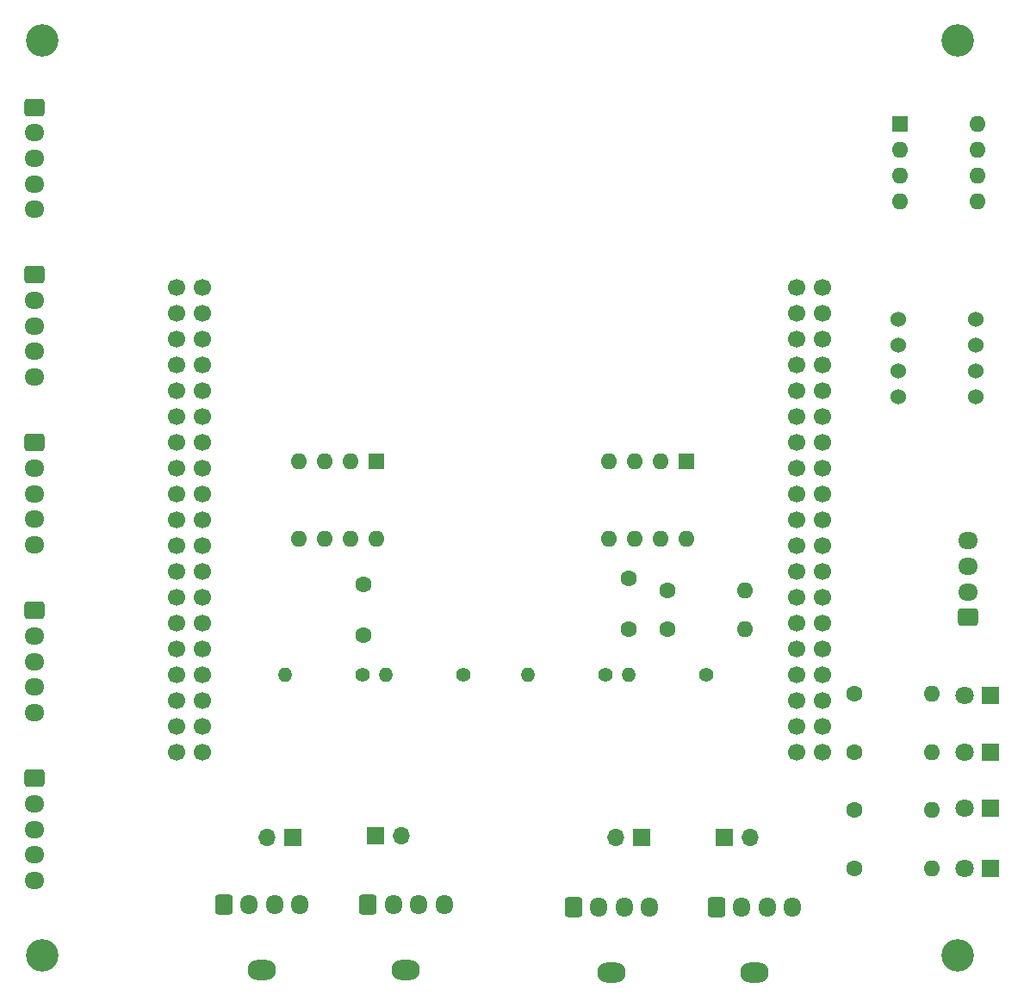
<source format=gbr>
%TF.GenerationSoftware,KiCad,Pcbnew,7.0.10*%
%TF.CreationDate,2024-04-10T11:57:21+09:00*%
%TF.ProjectId,Nucleo-F446RE_header,4e75636c-656f-42d4-9634-343652455f68,rev?*%
%TF.SameCoordinates,Original*%
%TF.FileFunction,Soldermask,Top*%
%TF.FilePolarity,Negative*%
%FSLAX46Y46*%
G04 Gerber Fmt 4.6, Leading zero omitted, Abs format (unit mm)*
G04 Created by KiCad (PCBNEW 7.0.10) date 2024-04-10 11:57:21*
%MOMM*%
%LPD*%
G01*
G04 APERTURE LIST*
G04 Aperture macros list*
%AMRoundRect*
0 Rectangle with rounded corners*
0 $1 Rounding radius*
0 $2 $3 $4 $5 $6 $7 $8 $9 X,Y pos of 4 corners*
0 Add a 4 corners polygon primitive as box body*
4,1,4,$2,$3,$4,$5,$6,$7,$8,$9,$2,$3,0*
0 Add four circle primitives for the rounded corners*
1,1,$1+$1,$2,$3*
1,1,$1+$1,$4,$5*
1,1,$1+$1,$6,$7*
1,1,$1+$1,$8,$9*
0 Add four rect primitives between the rounded corners*
20,1,$1+$1,$2,$3,$4,$5,0*
20,1,$1+$1,$4,$5,$6,$7,0*
20,1,$1+$1,$6,$7,$8,$9,0*
20,1,$1+$1,$8,$9,$2,$3,0*%
G04 Aperture macros list end*
%ADD10C,1.600000*%
%ADD11O,1.600000X1.600000*%
%ADD12R,1.700000X1.700000*%
%ADD13O,1.700000X1.700000*%
%ADD14R,1.600000X1.600000*%
%ADD15RoundRect,0.250000X-0.725000X0.600000X-0.725000X-0.600000X0.725000X-0.600000X0.725000X0.600000X0*%
%ADD16O,1.950000X1.700000*%
%ADD17O,2.800000X2.000000*%
%ADD18RoundRect,0.250000X-0.600000X-0.725000X0.600000X-0.725000X0.600000X0.725000X-0.600000X0.725000X0*%
%ADD19O,1.700000X1.950000*%
%ADD20C,3.200000*%
%ADD21R,1.800000X1.800000*%
%ADD22C,1.800000*%
%ADD23C,1.400000*%
%ADD24O,1.400000X1.400000*%
%ADD25RoundRect,0.250000X0.725000X-0.600000X0.725000X0.600000X-0.725000X0.600000X-0.725000X-0.600000X0*%
%ADD26C,1.700000*%
%ADD27C,1.524000*%
G04 APERTURE END LIST*
D10*
%TO.C,R5*%
X189865000Y-132715000D03*
D11*
X197485000Y-132715000D03*
%TD*%
D12*
%TO.C,SW5*%
X177033000Y-135382000D03*
D13*
X179573000Y-135382000D03*
%TD*%
D14*
%TO.C,SW1*%
X194320000Y-65200000D03*
D11*
X194320000Y-67740000D03*
X194320000Y-70280000D03*
X194320000Y-72820000D03*
X201940000Y-72820000D03*
X201940000Y-70280000D03*
X201940000Y-67740000D03*
X201940000Y-65200000D03*
%TD*%
D15*
%TO.C,J9*%
X109220000Y-129620000D03*
D16*
X109220000Y-132120000D03*
X109220000Y-134620000D03*
X109220000Y-137120000D03*
X109220000Y-139620000D03*
%TD*%
D10*
%TO.C,R1*%
X171450000Y-111125000D03*
D11*
X179070000Y-111125000D03*
%TD*%
D15*
%TO.C,J7*%
X109220000Y-96600000D03*
D16*
X109220000Y-99100000D03*
X109220000Y-101600000D03*
X109220000Y-104100000D03*
X109220000Y-106600000D03*
%TD*%
D17*
%TO.C,J4*%
X180000000Y-148740000D03*
D18*
X176250000Y-142240000D03*
D19*
X178750000Y-142240000D03*
X181250000Y-142240000D03*
X183750000Y-142240000D03*
%TD*%
D20*
%TO.C,H2*%
X200000000Y-57000000D03*
%TD*%
D14*
%TO.C,U2*%
X142865000Y-98435000D03*
D11*
X140325000Y-98435000D03*
X137785000Y-98435000D03*
X135245000Y-98435000D03*
X135245000Y-106055000D03*
X137785000Y-106055000D03*
X140325000Y-106055000D03*
X142865000Y-106055000D03*
%TD*%
D21*
%TO.C,D3*%
X203200000Y-132550000D03*
D22*
X200660000Y-132550000D03*
%TD*%
D12*
%TO.C,SW4*%
X168910000Y-135382000D03*
D13*
X166370000Y-135382000D03*
%TD*%
D17*
%TO.C,J2*%
X145750000Y-148500000D03*
D18*
X142000000Y-142000000D03*
D19*
X144500000Y-142000000D03*
X147000000Y-142000000D03*
X149500000Y-142000000D03*
%TD*%
D23*
%TO.C,R7*%
X151384000Y-119380000D03*
D24*
X143764000Y-119380000D03*
%TD*%
D20*
%TO.C,H3*%
X110000000Y-147000000D03*
%TD*%
D10*
%TO.C,R6*%
X189865000Y-138430000D03*
D11*
X197485000Y-138430000D03*
%TD*%
D15*
%TO.C,J8*%
X109220000Y-113110000D03*
D16*
X109220000Y-115610000D03*
X109220000Y-118110000D03*
X109220000Y-120610000D03*
X109220000Y-123110000D03*
%TD*%
D10*
%TO.C,R3*%
X189865000Y-121285000D03*
D11*
X197485000Y-121285000D03*
%TD*%
D25*
%TO.C,J10*%
X201000000Y-113750000D03*
D16*
X201000000Y-111250000D03*
X201000000Y-108750000D03*
X201000000Y-106250000D03*
%TD*%
D21*
%TO.C,D2*%
X203200000Y-127000000D03*
D22*
X200660000Y-127000000D03*
%TD*%
D10*
%TO.C,R4*%
X189865000Y-127000000D03*
D11*
X197485000Y-127000000D03*
%TD*%
D10*
%TO.C,R2*%
X171450000Y-114935000D03*
D11*
X179070000Y-114935000D03*
%TD*%
D23*
%TO.C,R8*%
X141478000Y-119380000D03*
D24*
X133858000Y-119380000D03*
%TD*%
D23*
%TO.C,R9*%
X165354000Y-119380000D03*
D24*
X157734000Y-119380000D03*
%TD*%
D17*
%TO.C,J1*%
X131590000Y-148500000D03*
D18*
X127840000Y-142000000D03*
D19*
X130340000Y-142000000D03*
X132840000Y-142000000D03*
X135340000Y-142000000D03*
%TD*%
D10*
%TO.C,C1*%
X141605000Y-115530000D03*
X141605000Y-110530000D03*
%TD*%
D12*
%TO.C,SW3*%
X142743000Y-135255000D03*
D13*
X145283000Y-135255000D03*
%TD*%
D15*
%TO.C,J6*%
X109220000Y-80090000D03*
D16*
X109220000Y-82590000D03*
X109220000Y-85090000D03*
X109220000Y-87590000D03*
X109220000Y-90090000D03*
%TD*%
D26*
%TO.C,U1*%
X125730000Y-99060000D03*
X125730000Y-101600000D03*
X186690000Y-119380000D03*
X184150000Y-88900000D03*
X123190000Y-88900000D03*
X125730000Y-86360000D03*
X123190000Y-104140000D03*
X125730000Y-88900000D03*
X125730000Y-104140000D03*
X125730000Y-106680000D03*
X184150000Y-91440000D03*
X186690000Y-104140000D03*
X125730000Y-93980000D03*
X123190000Y-91440000D03*
X123190000Y-93980000D03*
X125730000Y-91440000D03*
X125730000Y-111760000D03*
X186690000Y-91440000D03*
X186690000Y-101600000D03*
X186690000Y-124460000D03*
X186690000Y-127000000D03*
X125730000Y-114300000D03*
X125730000Y-116840000D03*
X184150000Y-124460000D03*
X184150000Y-127000000D03*
X125730000Y-119380000D03*
X184150000Y-93980000D03*
X184150000Y-96520000D03*
X184150000Y-99060000D03*
X184150000Y-109220000D03*
X184150000Y-106680000D03*
X184150000Y-121920000D03*
X186690000Y-96520000D03*
X186690000Y-93980000D03*
X123190000Y-96520000D03*
X123190000Y-99060000D03*
X123190000Y-101600000D03*
X125730000Y-121920000D03*
X186690000Y-109220000D03*
X186690000Y-106680000D03*
X184150000Y-119380000D03*
X184150000Y-114300000D03*
X184150000Y-116840000D03*
X184150000Y-101600000D03*
X123190000Y-106680000D03*
X184150000Y-83820000D03*
X184150000Y-86360000D03*
X184150000Y-111760000D03*
X186690000Y-99060000D03*
X186690000Y-116840000D03*
X186690000Y-114300000D03*
X186690000Y-111760000D03*
X125730000Y-127000000D03*
X125730000Y-124460000D03*
X123190000Y-124460000D03*
X123190000Y-127000000D03*
X186690000Y-121920000D03*
X186690000Y-86360000D03*
X186690000Y-83820000D03*
X184150000Y-104140000D03*
X186690000Y-81280000D03*
X184150000Y-81280000D03*
X123190000Y-81280000D03*
X125730000Y-81280000D03*
X123190000Y-83820000D03*
X123190000Y-109220000D03*
X123190000Y-111760000D03*
X123190000Y-114300000D03*
X125730000Y-83820000D03*
X123190000Y-116840000D03*
X123190000Y-119380000D03*
X125730000Y-96520000D03*
X186690000Y-88900000D03*
X123190000Y-121920000D03*
X123190000Y-86360000D03*
X125730000Y-109220000D03*
%TD*%
D27*
%TO.C,U4*%
X201740000Y-92080000D03*
X201740000Y-89540000D03*
X201740000Y-87000000D03*
X201740000Y-84460000D03*
X194120000Y-92080000D03*
X194120000Y-89540000D03*
X194120000Y-87000000D03*
X194120000Y-84460000D03*
%TD*%
D23*
%TO.C,R10*%
X175260000Y-119380000D03*
D24*
X167640000Y-119380000D03*
%TD*%
D20*
%TO.C,H1*%
X110000000Y-57000000D03*
%TD*%
D10*
%TO.C,C2*%
X167640000Y-114895000D03*
X167640000Y-109895000D03*
%TD*%
D20*
%TO.C,H4*%
X200000000Y-147000000D03*
%TD*%
D17*
%TO.C,J3*%
X165970000Y-148740000D03*
D18*
X162220000Y-142240000D03*
D19*
X164720000Y-142240000D03*
X167220000Y-142240000D03*
X169720000Y-142240000D03*
%TD*%
D14*
%TO.C,U3*%
X173345000Y-98435000D03*
D11*
X170805000Y-98435000D03*
X168265000Y-98435000D03*
X165725000Y-98435000D03*
X165725000Y-106055000D03*
X168265000Y-106055000D03*
X170805000Y-106055000D03*
X173345000Y-106055000D03*
%TD*%
D21*
%TO.C,D1*%
X203200000Y-121450000D03*
D22*
X200660000Y-121450000D03*
%TD*%
D15*
%TO.C,J5*%
X109220000Y-63620000D03*
D16*
X109220000Y-66120000D03*
X109220000Y-68620000D03*
X109220000Y-71120000D03*
X109220000Y-73620000D03*
%TD*%
D21*
%TO.C,D4*%
X203200000Y-138430000D03*
D22*
X200660000Y-138430000D03*
%TD*%
D12*
%TO.C,SW2*%
X134625000Y-135382000D03*
D13*
X132085000Y-135382000D03*
%TD*%
M02*

</source>
